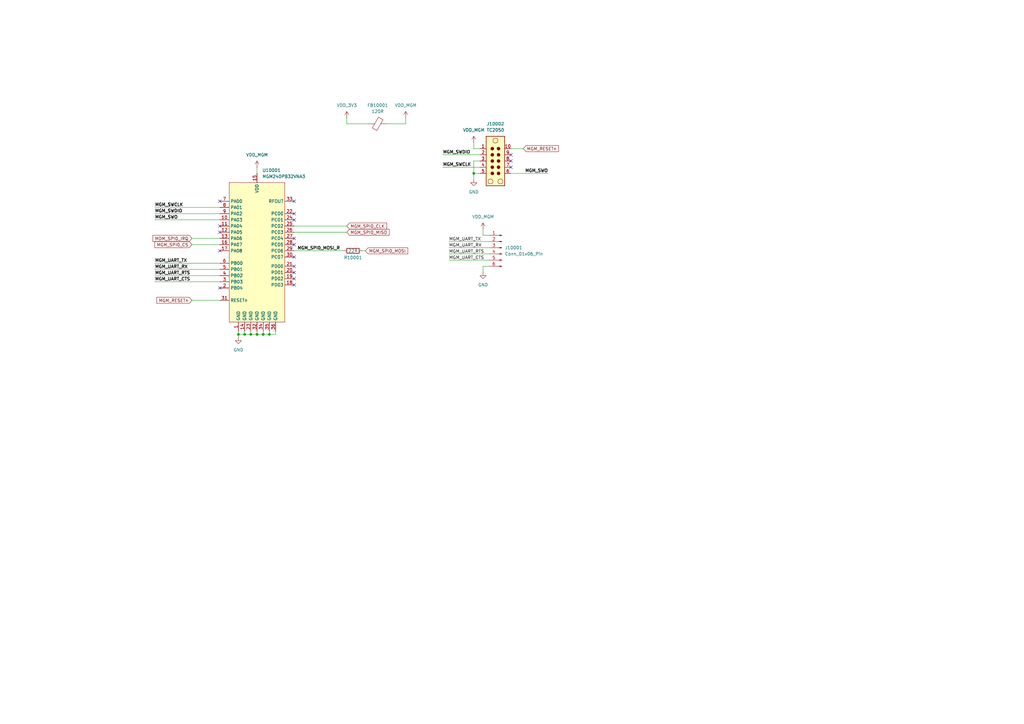
<source format=kicad_sch>
(kicad_sch (version 20250114) (generator "eeschema") (generator_version "9.0")
  (paper "A3")
  (lib_symbols
    (symbol "Connector:Conn_01x06_Pin" (pin_names (offset 1.016) (hide yes))
      (property "Reference" "J" (at 0 7.62 0))
      (property "Value" "Conn_01x06_Pin" (at 0 -10.16 0))
      (symbol "Conn_01x06_Pin_1_1"
        (rectangle (start 0.8636 5.207) (end 0 4.953) (stroke (width 0.1524)) (fill (type outline)))
        (rectangle (start 0.8636 2.667) (end 0 2.413) (stroke (width 0.1524)) (fill (type outline)))
        (rectangle (start 0.8636 0.127) (end 0 -0.127) (stroke (width 0.1524)) (fill (type outline)))
        (rectangle (start 0.8636 -2.413) (end 0 -2.667) (stroke (width 0.1524)) (fill (type outline)))
        (rectangle (start 0.8636 -4.953) (end 0 -5.207) (stroke (width 0.1524)) (fill (type outline)))
        (rectangle (start 0.8636 -7.493) (end 0 -7.747) (stroke (width 0.1524)) (fill (type outline)))
        (polyline (pts (xy 1.27 5.08) (xy 0.8636 5.08)) (stroke (width 0.1524)))
        (polyline (pts (xy 1.27 2.54) (xy 0.8636 2.54)) (stroke (width 0.1524)))
        (polyline (pts (xy 1.27 0) (xy 0.8636 0)) (stroke (width 0.1524)))
        (polyline (pts (xy 1.27 -2.54) (xy 0.8636 -2.54)) (stroke (width 0.1524)))
        (polyline (pts (xy 1.27 -5.08) (xy 0.8636 -5.08)) (stroke (width 0.1524)))
        (polyline (pts (xy 1.27 -7.62) (xy 0.8636 -7.62)) (stroke (width 0.1524)))
        (pin passive line (at 5.08 5.08 180) (length 3.81) (name "Pin_1") (number "1"))
        (pin passive line (at 5.08 2.54 180) (length 3.81) (name "Pin_2") (number "2"))
        (pin passive line (at 5.08 0 180) (length 3.81) (name "Pin_3") (number "3"))
        (pin passive line (at 5.08 -2.54 180) (length 3.81) (name "Pin_4") (number "4"))
        (pin passive line (at 5.08 -5.08 180) (length 3.81) (name "Pin_5") (number "5"))
        (pin passive line (at 5.08 -7.62 180) (length 3.81) (name "Pin_6") (number "6"))
      )
    )
    (symbol "Connector:TC2050" (in_bom no)
      (property "Reference" "J" (at 1.27 11.43 0))
      (property "Value" "TC2050" (at 1.27 -11.43 0))
      (symbol "TC2050_1_1"
        (rectangle (start -2.54 10.16) (end 5.08 -10.16) (stroke (width 0.254)) (fill (type background)))
        (circle (center -0.762 -8.382) (radius 1.016))
        (circle (center 0 5.08) (radius 0.635) (fill (type outline)))
        (circle (center 0 2.54) (radius 0.635) (fill (type outline)))
        (circle (center 0 0) (radius 0.635) (fill (type outline)))
        (circle (center 0 -2.54) (radius 0.635) (fill (type outline)))
        (circle (center 0 -5.08) (radius 0.635) (fill (type outline)))
        (circle (center 1.27 8.382) (radius 1.016))
        (circle (center 2.54 5.08) (radius 0.635) (fill (type outline)))
        (circle (center 2.54 2.54) (radius 0.635) (fill (type outline)))
        (circle (center 2.54 0) (radius 0.635) (fill (type outline)))
        (circle (center 2.54 -2.54) (radius 0.635) (fill (type outline)))
        (circle (center 2.54 -5.08) (radius 0.635) (fill (type outline)))
        (circle (center 3.302 -8.382) (radius 1.016))
        (pin passive line (at -5.08 5.08 0) (length 2.54) (name "~") (number "1"))
        (pin passive line (at -5.08 2.54 0) (length 2.54) (name "~") (number "2"))
        (pin passive line (at -5.08 0 0) (length 2.54) (name "~") (number "3"))
        (pin passive line (at -5.08 -2.54 0) (length 2.54) (name "~") (number "4"))
        (pin passive line (at -5.08 -5.08 0) (length 2.54) (name "~") (number "5"))
        (pin passive line (at 7.62 5.08 180) (length 2.54) (name "~") (number "10"))
        (pin passive line (at 7.62 2.54 180) (length 2.54) (name "~") (number "9"))
        (pin passive line (at 7.62 0 180) (length 2.54) (name "~") (number "8"))
        (pin passive line (at 7.62 -2.54 180) (length 2.54) (name "~") (number "7"))
        (pin passive line (at 7.62 -5.08 180) (length 2.54) (name "~") (number "6"))
      )
    )
    (symbol "Device:FerriteBead" (pin_numbers (hide yes)) (pin_names (offset 0))
      (property "Reference" "FB" (at -3.81 0.635 90))
      (property "Value" "FerriteBead" (at 3.81 0 90))
      (symbol "FerriteBead_0_1"
        (polyline (pts (xy -2.7686 0.4064) (xy -1.7018 2.2606) (xy 2.7686 -0.3048) (xy 1.6764 -2.159) (xy -2.7686 0.4064)))
        (polyline (pts (xy 0 1.27) (xy 0 1.2954)))
        (polyline (pts (xy 0 -1.27) (xy 0 -1.2192)))
      )
      (symbol "FerriteBead_1_1"
        (pin passive line (at 0 3.81 270) (length 2.54) (name "~") (number "1"))
        (pin passive line (at 0 -3.81 90) (length 2.54) (name "~") (number "2"))
      )
    )
    (symbol "Device:R" (pin_numbers (hide yes)) (pin_names (offset 0))
      (property "Reference" "R" (at 2.032 0 90))
      (property "Value" "R" (at 0 0 90))
      (symbol "R_0_1"
        (rectangle (start -1.016 -2.54) (end 1.016 2.54) (stroke (width 0.254)))
      )
      (symbol "R_1_1"
        (pin passive line (at 0 3.81 270) (length 1.27) (name "~") (number "1"))
        (pin passive line (at 0 -3.81 90) (length 1.27) (name "~") (number "2"))
      )
    )
    (symbol "SoftServicesSymbolLibrary:MGM240PB32VNA3"
      (property "Reference" "U" (at 12.446 30.734 0))
      (property "Value" "MGM240PB32VNA3" (at 12.446 28.194 0))
      (symbol "MGM240PB32VNA3_1_1"
        (rectangle (start -11.43 25.4) (end 11.43 -31.75) (fill (type background)))
        (pin bidirectional line (at -15.24 17.78 0) (length 3.81) (name "PA00") (number "7"))
        (pin bidirectional line (at -15.24 15.24 0) (length 3.81) (name "PA01") (number "8"))
        (pin bidirectional line (at -15.24 12.7 0) (length 3.81) (name "PA02") (number "9"))
        (pin bidirectional line (at -15.24 10.16 0) (length 3.81) (name "PA03") (number "10"))
        (pin bidirectional line (at -15.24 7.62 0) (length 3.81) (name "PA04") (number "11"))
        (pin bidirectional line (at -15.24 5.08 0) (length 3.81) (name "PA05") (number "12"))
        (pin bidirectional line (at -15.24 2.54 0) (length 3.81) (name "PA06") (number "13"))
        (pin bidirectional line (at -15.24 0 0) (length 3.81) (name "PA07") (number "16"))
        (pin bidirectional line (at -15.24 -2.54 0) (length 3.81) (name "PA08") (number "17"))
        (pin bidirectional line (at -15.24 -7.62 0) (length 3.81) (name "PB00") (number "6"))
        (pin bidirectional line (at -15.24 -10.16 0) (length 3.81) (name "PB01") (number "5"))
        (pin bidirectional line (at -15.24 -12.7 0) (length 3.81) (name "PB02") (number "4"))
        (pin bidirectional line (at -15.24 -15.24 0) (length 3.81) (name "PB03") (number "3"))
        (pin bidirectional line (at -15.24 -17.78 0) (length 3.81) (name "PB04") (number "2"))
        (pin input line (at -15.24 -22.86 0) (length 3.81) (name "RESETn") (number "31"))
        (pin power_in line (at -7.62 -35.56 90) (length 3.81) (name "GND") (number "1"))
        (pin power_in line (at -5.08 -35.56 90) (length 3.81) (name "GND") (number "14"))
        (pin power_in line (at -2.54 -35.56 90) (length 3.81) (name "GND") (number "23"))
        (pin power_in line (at 0 29.21 270) (length 3.81) (name "VDD") (number "15"))
        (pin power_in line (at 0 -35.56 90) (length 3.81) (name "GND") (number "32"))
        (pin power_in line (at 2.54 -35.56 90) (length 3.81) (name "GND") (number "34"))
        (pin power_in line (at 5.08 -35.56 90) (length 3.81) (name "GND") (number "35"))
        (pin power_in line (at 7.62 -35.56 90) (length 3.81) (name "GND") (number "36"))
        (pin passive line (at 15.24 17.78 180) (length 3.81) (name "RFOUT") (number "33"))
        (pin bidirectional line (at 15.24 12.7 180) (length 3.81) (name "PC00") (number "22"))
        (pin bidirectional line (at 15.24 10.16 180) (length 3.81) (name "PC01") (number "24"))
        (pin bidirectional line (at 15.24 7.62 180) (length 3.81) (name "PC02") (number "25"))
        (pin bidirectional line (at 15.24 5.08 180) (length 3.81) (name "PC03") (number "26"))
        (pin bidirectional line (at 15.24 2.54 180) (length 3.81) (name "PC04") (number "27"))
        (pin bidirectional line (at 15.24 0 180) (length 3.81) (name "PC05") (number "28"))
        (pin bidirectional line (at 15.24 -2.54 180) (length 3.81) (name "PC06") (number "29"))
        (pin bidirectional line (at 15.24 -5.08 180) (length 3.81) (name "PC07") (number "30"))
        (pin bidirectional line (at 15.24 -8.89 180) (length 3.81) (name "PD00") (number "21"))
        (pin bidirectional line (at 15.24 -11.43 180) (length 3.81) (name "PD01") (number "20"))
        (pin bidirectional line (at 15.24 -13.97 180) (length 3.81) (name "PD02") (number "19"))
        (pin bidirectional line (at 15.24 -16.51 180) (length 3.81) (name "PD03") (number "18"))
      )
    )
    (symbol "power:GND" (power) (pin_numbers (hide yes)) (pin_names (offset 0) (hide yes))
      (property "Value" "GND" (at 0 -3.81 0))
      (symbol "GND_0_1"
        (polyline (pts (xy 0 0) (xy 0 -1.27) (xy 1.27 -1.27) (xy 0 -2.54) (xy -1.27 -1.27) (xy 0 -1.27)))
      )
      (symbol "GND_1_1"
        (pin power_in line (at 0 0 270) (length 0) (name "~") (number "1"))
      )
    )
    (symbol "power:VDD" (power) (pin_numbers (hide yes)) (pin_names (offset 0) (hide yes))
      (property "Value" "VDD" (at 0 3.556 0))
      (symbol "VDD_0_1"
        (polyline (pts (xy -0.762 1.27) (xy 0 2.54)))
        (polyline (pts (xy 0 2.54) (xy 0.762 1.27)))
        (polyline (pts (xy 0 0) (xy 0 2.54)))
      )
      (symbol "VDD_1_1"
        (pin power_in line (at 0 0 90) (length 0) (name "~") (number "1"))
      )
    )
  )
  (junction (at 107.95 137.16))
  (junction (at 110.49 137.16))
  (junction (at 102.87 137.16))
  (junction (at 194.31 71.12))
  (junction (at 100.33 137.16))
  (junction (at 105.41 137.16))
  (junction (at 97.79 137.16))
  (no_connect (at 120.65 100.33))
  (no_connect (at 120.65 116.84))
  (no_connect (at 120.65 97.79))
  (no_connect (at 90.17 102.87))
  (no_connect (at 120.65 87.63))
  (no_connect (at 209.55 63.5))
  (no_connect (at 90.17 92.71))
  (no_connect (at 90.17 82.55))
  (no_connect (at 120.65 82.55))
  (no_connect (at 120.65 105.41))
  (no_connect (at 90.17 118.11))
  (no_connect (at 209.55 68.58))
  (no_connect (at 120.65 111.76))
  (no_connect (at 209.55 66.04))
  (no_connect (at 120.65 109.22))
  (no_connect (at 120.65 90.17))
  (no_connect (at 120.65 114.3))
  (no_connect (at 90.17 95.25))
  (wire (pts (xy 63.5 85.09) (xy 90.17 85.09)))
  (wire (pts (xy 63.5 115.57) (xy 90.17 115.57)))
  (wire (pts (xy 78.74 97.79) (xy 90.17 97.79)))
  (wire (pts (xy 184.15 101.6) (xy 200.66 101.6)))
  (wire (pts (xy 142.24 50.8) (xy 151.13 50.8)))
  (wire (pts (xy 63.5 110.49) (xy 90.17 110.49)))
  (wire (pts (xy 100.33 137.16) (xy 100.33 135.89)))
  (wire (pts (xy 194.31 60.96) (xy 196.85 60.96)))
  (wire (pts (xy 63.5 90.17) (xy 90.17 90.17)))
  (wire (pts (xy 196.85 66.04) (xy 194.31 66.04)))
  (wire (pts (xy 181.61 68.58) (xy 196.85 68.58)))
  (wire (pts (xy 97.79 137.16) (xy 97.79 135.89)))
  (wire (pts (xy 194.31 66.04) (xy 194.31 71.12)))
  (wire (pts (xy 102.87 137.16) (xy 100.33 137.16)))
  (wire (pts (xy 105.41 137.16) (xy 102.87 137.16)))
  (wire (pts (xy 78.74 123.19) (xy 90.17 123.19)))
  (wire (pts (xy 78.74 100.33) (xy 90.17 100.33)))
  (wire (pts (xy 110.49 137.16) (xy 110.49 135.89)))
  (wire (pts (xy 105.41 137.16) (xy 105.41 135.89)))
  (wire (pts (xy 198.12 93.98) (xy 198.12 96.52)))
  (wire (pts (xy 102.87 137.16) (xy 102.87 135.89)))
  (wire (pts (xy 100.33 137.16) (xy 97.79 137.16)))
  (wire (pts (xy 63.5 87.63) (xy 90.17 87.63)))
  (wire (pts (xy 209.55 60.96) (xy 214.63 60.96)))
  (wire (pts (xy 194.31 58.42) (xy 194.31 60.96)))
  (wire (pts (xy 209.55 71.12) (xy 224.79 71.12)))
  (wire (pts (xy 107.95 137.16) (xy 107.95 135.89)))
  (wire (pts (xy 107.95 137.16) (xy 105.41 137.16)))
  (wire (pts (xy 194.31 71.12) (xy 196.85 71.12)))
  (wire (pts (xy 198.12 111.76) (xy 198.12 109.22)))
  (wire (pts (xy 113.03 137.16) (xy 113.03 135.89)))
  (wire (pts (xy 63.5 107.95) (xy 90.17 107.95)))
  (wire (pts (xy 142.24 48.26) (xy 142.24 50.8)))
  (wire (pts (xy 181.61 63.5) (xy 196.85 63.5)))
  (wire (pts (xy 120.65 92.71) (xy 142.24 92.71)))
  (wire (pts (xy 97.79 137.16) (xy 97.79 138.43)))
  (wire (pts (xy 120.65 95.25) (xy 142.24 95.25)))
  (wire (pts (xy 166.37 50.8) (xy 166.37 48.26)))
  (wire (pts (xy 184.15 106.68) (xy 200.66 106.68)))
  (wire (pts (xy 110.49 137.16) (xy 107.95 137.16)))
  (wire (pts (xy 63.5 113.03) (xy 90.17 113.03)))
  (wire (pts (xy 113.03 137.16) (xy 110.49 137.16)))
  (wire (pts (xy 198.12 109.22) (xy 200.66 109.22)))
  (wire (pts (xy 158.75 50.8) (xy 166.37 50.8)))
  (wire (pts (xy 105.41 68.58) (xy 105.41 71.12)))
  (wire (pts (xy 194.31 71.12) (xy 194.31 73.66)))
  (wire (pts (xy 198.12 96.52) (xy 200.66 96.52)))
  (wire (pts (xy 120.65 102.87) (xy 140.97 102.87)))
  (wire (pts (xy 184.15 104.14) (xy 200.66 104.14)))
  (wire (pts (xy 149.86 102.87) (xy 148.59 102.87)))
  (wire (pts (xy 184.15 99.06) (xy 200.66 99.06)))
  (label "MGM_SWCLK" (at 181.61 68.58 0) (effects (font (thickness 0.254) (bold yes))))
  (label "MGM_UART_TX" (at 63.5 107.95 0) (effects (font (thickness 0.254) (bold yes))))
  (label "MGM_SWDIO" (at 181.61 63.5 0) (effects (font (thickness 0.254) (bold yes))))
  (label "MGM_UART_TX" (at 184.15 99.06 0))
  (label "MGM_UART_CTS" (at 63.5 115.57 0) (effects (font (thickness 0.254) (bold yes))))
  (label "MGM_UART_RX" (at 63.5 110.49 0) (effects (font (thickness 0.254) (bold yes))))
  (label "MGM_UART_RTS" (at 63.5 113.03 0) (effects (font (thickness 0.254) (bold yes))))
  (label "MGM_SWO" (at 224.79 71.12 180) (effects (font (thickness 0.254) (bold yes))))
  (label "MGM_UART_RTS" (at 184.15 104.14 0))
  (label "MGM_SWDIO" (at 63.5 87.63 0) (effects (font (thickness 0.254) (bold yes))))
  (label "MGM_UART_CTS" (at 184.15 106.68 0))
  (label "MGM_SPI0_MOSI_R" (at 121.92 102.87 0) (effects (font (thickness 0.254) (bold yes))))
  (label "MGM_SWO" (at 63.5 90.17 0) (effects (font (thickness 0.254) (bold yes))))
  (label "MGM_SWCLK" (at 63.5 85.09 0) (effects (font (thickness 0.254) (bold yes))))
  (label "MGM_UART_RX" (at 184.15 101.6 0))
  (global_label "MDM_SPI0_IRQ" (shape input) (at 78.74 97.79 180) (property "Intersheetrefs" "${INTERSHEET_REFS}" (effects (hide yes))))
  (global_label "MGM_SPI0_MISO" (shape input) (at 142.24 95.25 0) (property "Intersheetrefs" "${INTERSHEET_REFS}" (effects (hide yes))))
  (global_label "MGM_SPI0_MOSI" (shape input) (at 149.86 102.87 0) (property "Intersheetrefs" "${INTERSHEET_REFS}" (effects (hide yes))))
  (global_label "MGM_SPI0_CLK" (shape input) (at 142.24 92.71 0) (property "Intersheetrefs" "${INTERSHEET_REFS}" (effects (hide yes))))
  (global_label "MGM_RESETn" (shape input) (at 78.74 123.19 180) (property "Intersheetrefs" "${INTERSHEET_REFS}" (effects (hide yes))))
  (global_label "MGM_SPI0_CS" (shape input) (at 78.74 100.33 180) (property "Intersheetrefs" "${INTERSHEET_REFS}" (effects (hide yes))))
  (global_label "MGM_RESETn" (shape input) (at 214.63 60.96 0) (property "Intersheetrefs" "${INTERSHEET_REFS}" (effects (hide yes))))
  (symbol (lib_id "power:GND") (at 198.12 111.76 0) (unit 1)
    (property "Reference" "#PWR010006" (effects (hide yes)))
    (property "Value" "GND" (at 198.12 116.84 0))
    (property "Description" "Power symbol creates a global label with name \"GND\" , ground" (effects (hide yes)))
  )
  (symbol (lib_id "SoftServicesSymbolLibrary:MGM240PB32VNA3") (at 105.41 100.33 0) (unit 1)
    (property "Reference" "U10001" (at 107.5533 69.85 0) (effects (justify left)))
    (property "Value" "MGM240PB32VNA3" (at 107.5533 72.39 0) (effects (justify left)))
    (property "Footprint" "MGM240PB32VNA3:MGM240PB32VNA3" (effects (hide yes)))
  )
  (symbol (lib_id "power:VDD") (at 198.12 93.98 0) (unit 1)
    (property "Reference" "#PWR010005" (effects (hide yes)))
    (property "Value" "VDD_MGM" (at 198.12 88.9 0))
    (property "Description" "Power symbol creates a global label with name \"VDD\"" (effects (hide yes)))
  )
  (symbol (lib_id "power:GND") (at 97.79 138.43 0) (unit 1)
    (property "Reference" "#PWR010001" (effects (hide yes)))
    (property "Value" "GND" (at 97.79 143.51 0))
    (property "Description" "Power symbol creates a global label with name \"GND\" , ground" (effects (hide yes)))
  )
  (symbol (lib_id "power:VDD") (at 166.37 48.26 0) (unit 1)
    (property "Reference" "#PWR010003" (effects (hide yes)))
    (property "Value" "VDD_MGM" (at 166.37 43.18 0))
    (property "Description" "Power symbol creates a global label with name \"VDD\"" (effects (hide yes)))
  )
  (symbol (lib_id "power:VDD") (at 142.24 48.26 0) (unit 1)
    (property "Reference" "#PWR010002" (effects (hide yes)))
    (property "Value" "VDD_3V3" (at 142.24 43.18 0))
    (property "Description" "Power symbol creates a global label with name \"VDD\"" (effects (hide yes)))
  )
  (symbol (lib_id "Device:FerriteBead") (at 154.94 50.8 90) (unit 1)
    (property "Reference" "FB10001" (at 154.8892 43.18 90))
    (property "Value" "120R" (at 154.8892 45.72 90))
    (property "Description" "Ferrite bead" (effects (hide yes)))
  )
  (symbol (lib_id "power:VDD") (at 105.41 68.58 0) (unit 1)
    (property "Reference" "#PWR010004" (effects (hide yes)))
    (property "Value" "VDD_MGM" (at 105.41 63.5 0))
    (property "Description" "Power symbol creates a global label with name \"VDD\"" (effects (hide yes)))
  )
  (symbol (lib_id "Connector:Conn_01x06_Pin") (at 205.74 101.6 0) (mirror y) (unit 1)
    (property "Reference" "J10001" (at 207.01 101.5999 0) (effects (justify right)))
    (property "Value" "Conn_01x06_Pin" (at 207.01 104.1399 0) (effects (justify right)))
    (property "Description" "Generic connector, single row, 01x06, script generated" (effects (hide yes)))
  )
  (symbol (lib_id "Device:R") (at 144.78 102.87 90) (unit 1)
    (property "Reference" "R10001" (at 144.78 105.664 90))
    (property "Value" "22R" (at 144.78 102.87 90))
    (property "Description" "Resistor" (effects (hide yes)))
  )
  (symbol (lib_id "power:GND") (at 194.31 73.66 0) (unit 1)
    (property "Reference" "#PWR010007" (effects (hide yes)))
    (property "Value" "GND" (at 194.31 78.74 0))
    (property "Description" "Power symbol creates a global label with name \"GND\" , ground" (effects (hide yes)))
  )
  (symbol (lib_id "Connector:TC2050") (at 201.93 66.04 0) (unit 1) (in_bom no)
    (property "Reference" "J10002" (at 203.2 50.8 0))
    (property "Value" "TC2050" (at 203.2 53.34 0))
    (property "Footprint" "Connector:Tag-Connect_TC2050-IDC-NL_2x05_P1.27mm_Vertical" (effects (hide yes)))
    (property "Datasheet" "https://www.tag-connect.com/wp-content/uploads/bsk-pdf-manager/TC2050-IDC-NL_Datasheet_8.pdf" (effects (hide yes)))
    (property "Description" "Tag-Connect’s 10-pins connector" (effects (hide yes)))
  )
  (symbol (lib_id "power:VDD") (at 194.31 58.42 0) (unit 1)
    (property "Reference" "#PWR010009" (effects (hide yes)))
    (property "Value" "VDD_MGM" (at 194.31 53.34 0))
    (property "Description" "Power symbol creates a global label with name \"VDD\"" (effects (hide yes)))
  )
)
</source>
